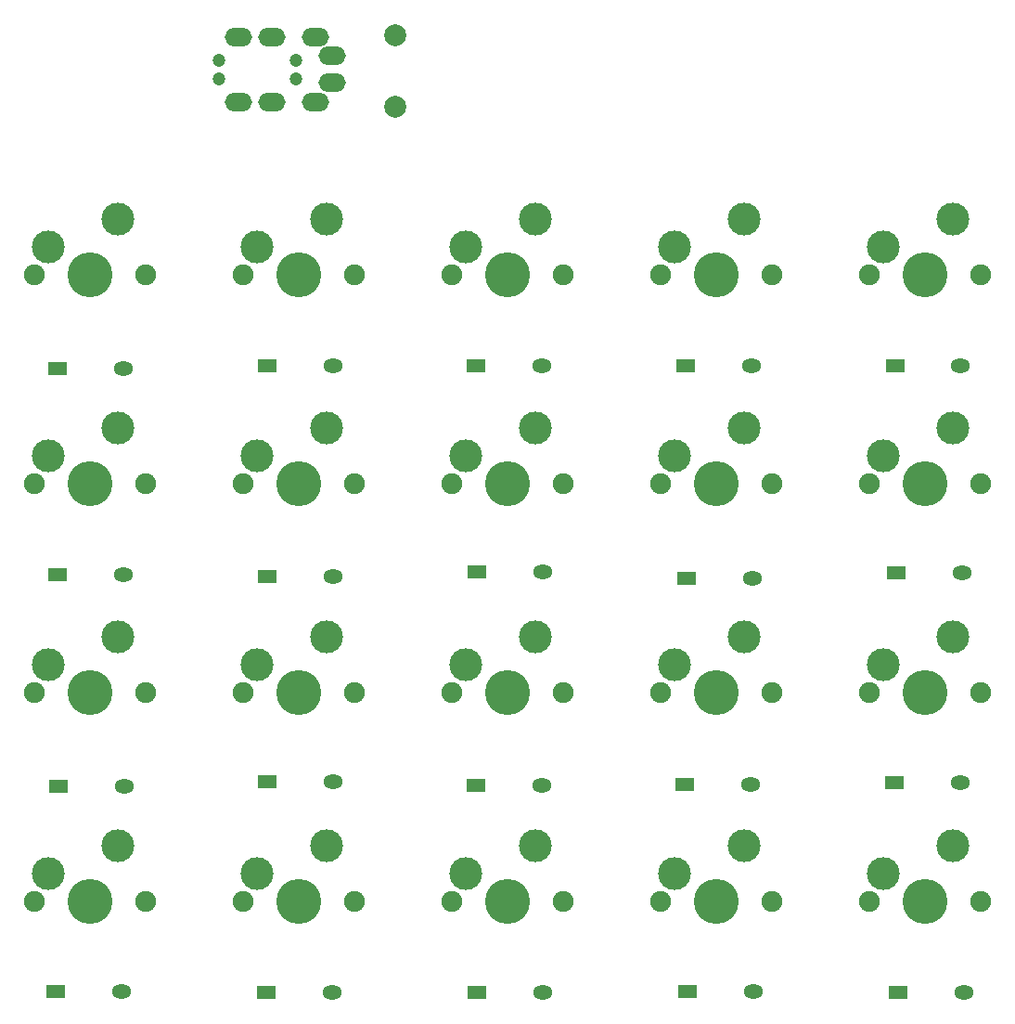
<source format=gbr>
%TF.GenerationSoftware,KiCad,Pcbnew,7.0.1-0*%
%TF.CreationDate,2023-08-16T18:46:33+09:00*%
%TF.ProjectId,jisaku20,6a697361-6b75-4323-902e-6b696361645f,rev?*%
%TF.SameCoordinates,Original*%
%TF.FileFunction,Soldermask,Top*%
%TF.FilePolarity,Negative*%
%FSLAX46Y46*%
G04 Gerber Fmt 4.6, Leading zero omitted, Abs format (unit mm)*
G04 Created by KiCad (PCBNEW 7.0.1-0) date 2023-08-16 18:46:33*
%MOMM*%
%LPD*%
G01*
G04 APERTURE LIST*
%ADD10C,1.200000*%
%ADD11O,2.500000X1.700000*%
%ADD12C,1.900000*%
%ADD13C,3.000000*%
%ADD14C,4.100000*%
%ADD15C,2.000000*%
%ADD16R,1.778000X1.300000*%
%ADD17O,1.778000X1.300000*%
G04 APERTURE END LIST*
D10*
%TO.C,J1*%
X11760000Y17870000D03*
X18760000Y17870000D03*
X11760000Y19620000D03*
X18760000Y19620000D03*
D11*
X22060000Y17520000D03*
X22060000Y19970000D03*
X13560000Y15770000D03*
X13560000Y21720000D03*
X16560000Y15770000D03*
X16560000Y21720000D03*
X20560000Y15770000D03*
X20560000Y21720000D03*
%TD*%
D12*
%TO.C,SW15*%
X71120000Y-38100000D03*
D13*
X72390000Y-35560000D03*
D14*
X76200000Y-38100000D03*
D13*
X78740000Y-33020000D03*
D12*
X81280000Y-38100000D03*
%TD*%
%TO.C,SW1*%
X-5080000Y0D03*
D13*
X-3810000Y2540000D03*
D14*
X0Y0D03*
D13*
X2540000Y5080000D03*
D12*
X5080000Y0D03*
%TD*%
%TO.C,SW14*%
X52070000Y-38100000D03*
D13*
X53340000Y-35560000D03*
D14*
X57150000Y-38100000D03*
D13*
X59690000Y-33020000D03*
D12*
X62230000Y-38100000D03*
%TD*%
%TO.C,SW2*%
X13970000Y0D03*
D13*
X15240000Y2540000D03*
D14*
X19050000Y0D03*
D13*
X21590000Y5080000D03*
D12*
X24130000Y0D03*
%TD*%
%TO.C,SW17*%
X13970000Y-57150000D03*
D13*
X15240000Y-54610000D03*
D14*
X19050000Y-57150000D03*
D13*
X21590000Y-52070000D03*
D12*
X24130000Y-57150000D03*
%TD*%
%TO.C,SW5*%
X71120000Y0D03*
D13*
X72390000Y2540000D03*
D14*
X76200000Y0D03*
D13*
X78740000Y5080000D03*
D12*
X81280000Y0D03*
%TD*%
%TO.C,SW7*%
X13970000Y-19050000D03*
D13*
X15240000Y-16510000D03*
D14*
X19050000Y-19050000D03*
D13*
X21590000Y-13970000D03*
D12*
X24130000Y-19050000D03*
%TD*%
%TO.C,SW20*%
X71120000Y-57150000D03*
D13*
X72390000Y-54610000D03*
D14*
X76200000Y-57150000D03*
D13*
X78740000Y-52070000D03*
D12*
X81280000Y-57150000D03*
%TD*%
%TO.C,SW8*%
X33020000Y-19050000D03*
D13*
X34290000Y-16510000D03*
D14*
X38100000Y-19050000D03*
D13*
X40640000Y-13970000D03*
D12*
X43180000Y-19050000D03*
%TD*%
%TO.C,SW10*%
X71120000Y-19050000D03*
D13*
X72390000Y-16510000D03*
D14*
X76200000Y-19050000D03*
D13*
X78740000Y-13970000D03*
D12*
X81280000Y-19050000D03*
%TD*%
%TO.C,SW3*%
X33020000Y0D03*
D13*
X34290000Y2540000D03*
D14*
X38100000Y0D03*
D13*
X40640000Y5080000D03*
D12*
X43180000Y0D03*
%TD*%
%TO.C,SW16*%
X-5080000Y-57150000D03*
D13*
X-3810000Y-54610000D03*
D14*
X0Y-57150000D03*
D13*
X2540000Y-52070000D03*
D12*
X5080000Y-57150000D03*
%TD*%
%TO.C,SW18*%
X33020000Y-57150000D03*
D13*
X34290000Y-54610000D03*
D14*
X38100000Y-57150000D03*
D13*
X40640000Y-52070000D03*
D12*
X43180000Y-57150000D03*
%TD*%
%TO.C,SW12*%
X13970000Y-38100000D03*
D13*
X15240000Y-35560000D03*
D14*
X19050000Y-38100000D03*
D13*
X21590000Y-33020000D03*
D12*
X24130000Y-38100000D03*
%TD*%
%TO.C,SW9*%
X52070000Y-19050000D03*
D13*
X53340000Y-16510000D03*
D14*
X57150000Y-19050000D03*
D13*
X59690000Y-13970000D03*
D12*
X62230000Y-19050000D03*
%TD*%
D15*
%TO.C,SW21*%
X27830000Y15380000D03*
X27830000Y21880000D03*
%TD*%
D12*
%TO.C,SW11*%
X-5080000Y-38100000D03*
D13*
X-3810000Y-35560000D03*
D14*
X0Y-38100000D03*
D13*
X2540000Y-33020000D03*
D12*
X5080000Y-38100000D03*
%TD*%
%TO.C,SW6*%
X-5080000Y-19050000D03*
D13*
X-3810000Y-16510000D03*
D14*
X0Y-19050000D03*
D13*
X2540000Y-13970000D03*
D12*
X5080000Y-19050000D03*
%TD*%
%TO.C,SW4*%
X52070000Y0D03*
D13*
X53340000Y2540000D03*
D14*
X57150000Y0D03*
D13*
X59690000Y5080000D03*
D12*
X62230000Y0D03*
%TD*%
%TO.C,SW13*%
X33020000Y-38100000D03*
D13*
X34290000Y-35560000D03*
D14*
X38100000Y-38100000D03*
D13*
X40640000Y-33020000D03*
D12*
X43180000Y-38100000D03*
%TD*%
%TO.C,SW19*%
X52070000Y-57150000D03*
D13*
X53340000Y-54610000D03*
D14*
X57150000Y-57150000D03*
D13*
X59690000Y-52070000D03*
D12*
X62230000Y-57150000D03*
%TD*%
D16*
%TO.C,D15*%
X73360000Y-46332500D03*
D17*
X79360000Y-46332500D03*
%TD*%
D16*
%TO.C,D11*%
X-2930000Y-46640000D03*
D17*
X3070000Y-46640000D03*
%TD*%
D16*
%TO.C,D4*%
X54330000Y-8240000D03*
D17*
X60330000Y-8240000D03*
%TD*%
D16*
%TO.C,D6*%
X-2950000Y-27340000D03*
D17*
X3050000Y-27340000D03*
%TD*%
D16*
%TO.C,D9*%
X54440000Y-27630000D03*
D17*
X60440000Y-27630000D03*
%TD*%
D16*
%TO.C,D8*%
X35310000Y-27050000D03*
D17*
X41310000Y-27050000D03*
%TD*%
D16*
%TO.C,D20*%
X73695000Y-65430000D03*
D17*
X79695000Y-65430000D03*
%TD*%
D16*
%TO.C,D17*%
X16061250Y-65430000D03*
D17*
X22061250Y-65430000D03*
%TD*%
D16*
%TO.C,D12*%
X16142500Y-46230000D03*
D17*
X22142500Y-46230000D03*
%TD*%
D16*
%TO.C,D10*%
X73570000Y-27195000D03*
D17*
X79570000Y-27195000D03*
%TD*%
D16*
%TO.C,D5*%
X73430000Y-8300000D03*
D17*
X79430000Y-8300000D03*
%TD*%
D16*
%TO.C,D13*%
X35215000Y-46537500D03*
D17*
X41215000Y-46537500D03*
%TD*%
D16*
%TO.C,D1*%
X-2970000Y-8510000D03*
D17*
X3030000Y-8510000D03*
%TD*%
D16*
%TO.C,D14*%
X54287500Y-46435000D03*
D17*
X60287500Y-46435000D03*
%TD*%
D16*
%TO.C,D7*%
X16180000Y-27485000D03*
D17*
X22180000Y-27485000D03*
%TD*%
D16*
%TO.C,D3*%
X35230000Y-8240000D03*
D17*
X41230000Y-8240000D03*
%TD*%
D16*
%TO.C,D19*%
X54483750Y-65300000D03*
D17*
X60483750Y-65300000D03*
%TD*%
D16*
%TO.C,D18*%
X35272500Y-65430000D03*
D17*
X41272500Y-65430000D03*
%TD*%
D16*
%TO.C,D16*%
X-3150000Y-65300000D03*
D17*
X2850000Y-65300000D03*
%TD*%
D16*
%TO.C,D2*%
X16130000Y-8240000D03*
D17*
X22130000Y-8240000D03*
%TD*%
M02*

</source>
